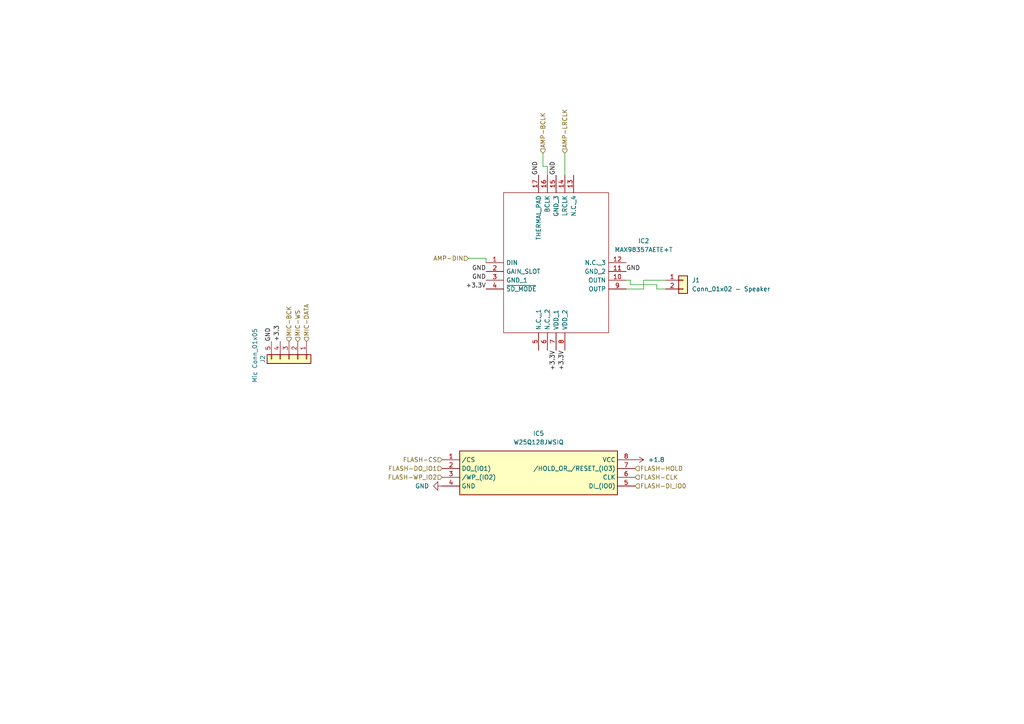
<source format=kicad_sch>
(kicad_sch (version 20231120) (generator "eeschema") (generator_version "8.0")
  (paper "A4")
  (lib_symbols
    (symbol "Connector_Generic:Conn_01x02" (pin_names (offset 1.016) hide)
      (property "Reference" "J" (at 0 2.54 0))
      (property "Value" "Conn_01x02" (at 0 -5.08 0))
      (symbol "Conn_01x02_1_1"
        (rectangle (start -1.27 -2.413) (end 0 -2.667) (stroke (width 0.1524)))
        (rectangle (start -1.27 0.127) (end 0 -0.127) (stroke (width 0.1524)))
        (rectangle (start -1.27 1.27) (end 1.27 -3.81) (stroke (width 0.254)) (fill (type background)))
        (pin passive line (at -5.08 0 0) (length 3.81) (name "Pin_1") (number "1"))
        (pin passive line (at -5.08 -2.54 0) (length 3.81) (name "Pin_2") (number "2"))
      )
    )
    (symbol "Connector_Generic:Conn_01x05" (pin_names (offset 1.016) hide)
      (property "Reference" "J" (at 0 7.62 0))
      (property "Value" "Conn_01x05" (at 0 -7.62 0))
      (symbol "Conn_01x05_1_1"
        (rectangle (start -1.27 -4.953) (end 0 -5.207) (stroke (width 0.1524)))
        (rectangle (start -1.27 -2.413) (end 0 -2.667) (stroke (width 0.1524)))
        (rectangle (start -1.27 0.127) (end 0 -0.127) (stroke (width 0.1524)))
        (rectangle (start -1.27 2.667) (end 0 2.413) (stroke (width 0.1524)))
        (rectangle (start -1.27 5.207) (end 0 4.953) (stroke (width 0.1524)))
        (rectangle (start -1.27 6.35) (end 1.27 -6.35) (stroke (width 0.254)) (fill (type background)))
        (pin passive line (at -5.08 5.08 0) (length 3.81) (name "Pin_1") (number "1"))
        (pin passive line (at -5.08 2.54 0) (length 3.81) (name "Pin_2") (number "2"))
        (pin passive line (at -5.08 0 0) (length 3.81) (name "Pin_3") (number "3"))
        (pin passive line (at -5.08 -2.54 0) (length 3.81) (name "Pin_4") (number "4"))
        (pin passive line (at -5.08 -5.08 0) (length 3.81) (name "Pin_5") (number "5"))
      )
    )
    (symbol "jarvis:MAX98357AETE+T" (pin_names (offset 0.762))
      (property "Reference" "IC" (at 36.83 25.4 0))
      (property "Value" "MAX98357AETE+T" (at 36.83 22.86 0))
      (symbol "MAX98357AETE+T_0_0"
        (pin passive line (at 0 0 0) (length 5.08) (name "DIN") (number "1"))
        (pin passive line (at 40.64 -5.08 180) (length 5.08) (name "OUTN") (number "10"))
        (pin passive line (at 40.64 -2.54 180) (length 5.08) (name "GND_2") (number "11"))
        (pin passive line (at 40.64 0 180) (length 5.08) (name "N.C._3") (number "12"))
        (pin passive line (at 25.4 25.4 270) (length 5.08) (name "N.C._4") (number "13"))
        (pin passive line (at 22.86 25.4 270) (length 5.08) (name "LRCLK") (number "14"))
        (pin passive line (at 20.32 25.4 270) (length 5.08) (name "GND_3") (number "15"))
        (pin passive line (at 17.78 25.4 270) (length 5.08) (name "BCLK") (number "16"))
        (pin passive line (at 15.24 25.4 270) (length 5.08) (name "THERMAL_PAD") (number "17"))
        (pin passive line (at 0 -2.54 0) (length 5.08) (name "GAIN_SLOT") (number "2"))
        (pin passive line (at 0 -5.08 0) (length 5.08) (name "GND_1") (number "3"))
        (pin passive line (at 0 -7.62 0) (length 5.08) (name "~{SD_MODE}") (number "4"))
        (pin passive line (at 15.24 -25.4 90) (length 5.08) (name "N.C._1") (number "5"))
        (pin passive line (at 17.78 -25.4 90) (length 5.08) (name "N.C._2") (number "6"))
        (pin passive line (at 20.32 -25.4 90) (length 5.08) (name "VDD_1") (number "7"))
        (pin passive line (at 22.86 -25.4 90) (length 5.08) (name "VDD_2") (number "8"))
        (pin passive line (at 40.64 -7.62 180) (length 5.08) (name "OUTP") (number "9"))
      )
      (symbol "MAX98357AETE+T_0_1"
        (polyline (pts (xy 5.08 20.32) (xy 35.56 20.32) (xy 35.56 -20.32) (xy 5.08 -20.32) (xy 5.08 20.32)) (stroke (width 0.1524)))
      )
    )
    (symbol "jarvis:W25Q128JWSIQ-1.8"
      (property "Reference" "IC" (at 52.07 7.62 0))
      (property "Value" "W25Q128JWSIQ" (at 52.07 5.08 0))
      (symbol "W25Q128JWSIQ-1.8_1_1"
        (rectangle (start 5.08 2.54) (end 50.8 -10.16) (stroke (width 0.254)) (fill (type background)))
        (pin passive line (at 0 0 0) (length 5.08) (name "/CS") (number "1"))
        (pin passive line (at 0 -2.54 0) (length 5.08) (name "DO_(IO1)") (number "2"))
        (pin passive line (at 0 -5.08 0) (length 5.08) (name "/WP_(IO2)") (number "3"))
        (pin passive line (at 0 -7.62 0) (length 5.08) (name "GND") (number "4"))
        (pin passive line (at 55.88 -7.62 180) (length 5.08) (name "DI_(IO0)") (number "5"))
        (pin passive line (at 55.88 -5.08 180) (length 5.08) (name "CLK") (number "6"))
        (pin passive line (at 55.88 -2.54 180) (length 5.08) (name "/HOLD_OR_/RESET_(IO3)") (number "7"))
        (pin passive line (at 55.88 0 180) (length 5.08) (name "VCC") (number "8"))
      )
    )
    (symbol "power:GND" (power) (pin_numbers hide) (pin_names (offset 0) hide)
      (property "Value" "GND" (at 0 -3.81 0))
      (symbol "GND_0_1"
        (polyline (pts (xy 0 0) (xy 0 -1.27) (xy 1.27 -1.27) (xy 0 -2.54) (xy -1.27 -1.27) (xy 0 -1.27)))
      )
      (symbol "GND_1_1"
        (pin power_in line (at 0 0 270) (length 0) (name "~") (number "1"))
      )
    )
    (symbol "power:VDD" (power) (pin_numbers hide) (pin_names (offset 0) hide)
      (property "Value" "VDD" (at 0 3.556 0))
      (symbol "VDD_0_1"
        (polyline (pts (xy -0.762 1.27) (xy 0 2.54)))
        (polyline (pts (xy 0 0) (xy 0 2.54)))
        (polyline (pts (xy 0 2.54) (xy 0.762 1.27)))
      )
      (symbol "VDD_1_1"
        (pin power_in line (at 0 0 90) (length 0) (name "~") (number "1"))
      )
    )
  )
  (wire (pts (xy 182.88 81.28) (xy 182.88 82.55)))
  (wire (pts (xy 190.5 82.55) (xy 190.5 83.82)))
  (wire (pts (xy 140.97 74.93) (xy 135.89 74.93)))
  (wire (pts (xy 186.69 83.82) (xy 186.69 81.28)))
  (wire (pts (xy 158.75 50.8) (xy 158.75 48.26)))
  (wire (pts (xy 163.83 44.45) (xy 163.83 50.8)))
  (wire (pts (xy 182.88 82.55) (xy 190.5 82.55)))
  (wire (pts (xy 186.69 81.28) (xy 193.04 81.28)))
  (wire (pts (xy 181.61 81.28) (xy 182.88 81.28)))
  (wire (pts (xy 140.97 76.2) (xy 140.97 74.93)))
  (wire (pts (xy 190.5 83.82) (xy 193.04 83.82)))
  (wire (pts (xy 157.48 48.26) (xy 157.48 44.45)))
  (wire (pts (xy 181.61 83.82) (xy 186.69 83.82)))
  (wire (pts (xy 158.75 48.26) (xy 157.48 48.26)))
  (label "GND" (at 161.29 50.8 90))
  (label "GND" (at 140.97 78.74 180))
  (label "GND" (at 156.21 50.8 90))
  (label "+3.3V" (at 161.29 101.6 270))
  (label "+3.3V" (at 163.83 101.6 270))
  (label "GND" (at 140.97 81.28 180))
  (label "+3.3" (at 81.28 99.06 90))
  (label "+3.3V" (at 140.97 83.82 180))
  (label "GND" (at 78.74 99.06 90))
  (label "GND" (at 181.61 78.74 0))
  (hierarchical_label "MIC-BCK" (shape input) (at 83.82 99.06 90))
  (hierarchical_label "MIC-WS" (shape input) (at 86.36 99.06 90))
  (hierarchical_label "FLASH-WP_IO2" (shape input) (at 128.27 138.43 180))
  (hierarchical_label "FLASH-DI_IO0" (shape input) (at 184.15 140.97 0))
  (hierarchical_label "FLASH-HOLD" (shape input) (at 184.15 135.89 0))
  (hierarchical_label "AMP-DIN" (shape input) (at 135.89 74.93 180))
  (hierarchical_label "MIC-DATA" (shape input) (at 88.9 99.06 90))
  (hierarchical_label "AMP-BCLK" (shape input) (at 157.48 44.45 90))
  (hierarchical_label "AMP-LRCLK" (shape input) (at 163.83 44.45 90))
  (hierarchical_label "FLASH-CLK" (shape input) (at 184.15 138.43 0))
  (hierarchical_label "FLASH-DO_IO1" (shape input) (at 128.27 135.89 180))
  (hierarchical_label "FLASH-CS" (shape input) (at 128.27 133.35 180))
  (symbol (lib_id "jarvis:MAX98357AETE+T") (at 140.97 76.2 0) (unit 1)
    (property "Reference" "IC2" (at 186.69 69.8814 0))
    (property "Value" "MAX98357AETE+T" (at 186.69 72.4214 0))
    (property "Footprint" "jarvis:LIB_MAX98357AETE+T" (effects (hide yes)))
    (property "Datasheet" "https://datasheets.maximintegrated.com/en/ds/MAX98357A-MAX98357B.pdf" (effects (hide yes)))
    (property "Description" "Audio Amplifiers Digital Input Class D Amplifier" (effects (hide yes)))
    (property "Description_1" "Audio Amplifiers Digital Input Class D Amplifier" (effects (hide yes)))
    (property "Height" "0.8" (effects (hide yes)))
    (property "Manufacturer_Name" "Analog Devices" (effects (hide yes)))
    (property "Manufacturer_Part_Number" "MAX98357AETE+T" (effects (hide yes)))
    (property "Mouser Part Number" "700-MAX98357AETE+T" (effects (hide yes)))
    (property "Mouser Price/Stock" "https://www.mouser.co.uk/ProductDetail/Analog-Devices-Maxim-Integrated/MAX98357AETE%2bT?qs=AAveGqk956HhNpoJjF5x2g%3D%3D" (effects (hide yes)))
    (property "Arrow Part Number" "MAX98357AETE+T" (effects (hide yes)))
    (property "Arrow Price/Stock" "https://www.arrow.com/en/products/max98357aetet/analog-devices?utm_currency=USD&region=nac" (effects (hide yes)))
  )
  (symbol (lib_id "Connector_Generic:Conn_01x02") (at 198.12 81.28 0) (unit 1)
    (property "Reference" "J1" (at 200.66 81.2799 0) (effects (justify left)))
    (property "Value" "Conn_01x02 - Speaker" (at 200.66 83.8199 0) (effects (justify left)))
    (property "Footprint" "Connector_Molex:Molex_PicoBlade_53047-0210_1x02_P1.25mm_Vertical" (effects (hide yes)))
    (property "Description" "Generic connector, single row, 01x02, script generated (kicad-library-utils/schlib/autogen/connector/)" (effects (hide yes)))
  )
  (symbol (lib_id "power:VDD") (at 184.15 133.35 270) (unit 1)
    (property "Reference" "#PWR31" (effects (hide yes)))
    (property "Value" "+1.8" (at 187.96 133.3499 90) (effects (justify left)))
    (property "Description" "Power symbol creates a global label with name \"VDD\"" (effects (hide yes)))
  )
  (symbol (lib_id "jarvis:W25Q128JWSIQ-1.8") (at 128.27 133.35 0) (unit 1)
    (property "Reference" "IC5" (at 156.21 125.73 0))
    (property "Value" "W25Q128JWSIQ" (at 156.21 128.27 0))
    (property "Footprint" "jarvis:W25Q128JWSIQ-1.8" (effects (hide yes)))
    (property "Datasheet" "https://www.winbond.com/hq/search-resource-file.jsp?partNo=W25Q128JWSIQ&type=datasheet" (effects (hide yes)))
    (property "Description" "128M-bit Serial Flash Memory with uniform 4KB sectors and Dual/Quad SPI" (effects (hide yes)))
    (property "Height" "2.16" (effects (hide yes)))
    (property "Manufacturer_Name" "Winbond" (effects (hide yes)))
    (property "Manufacturer_Part_Number" "W25Q128JWSIQ" (effects (hide yes)))
    (property "Mouser Part Number" "454-W25Q128JWSIQ" (effects (hide yes)))
    (property "Mouser Price/Stock" "https://www.mouser.co.uk/ProductDetail/Winbond/W25Q128JWSIQ?qs=PqoDHHvF64%252BFfPwbB9GJbQ%3D%3D" (effects (hide yes)))
    (property "Arrow Part Number" "W25Q128JWSIQ" (effects (hide yes)))
    (property "Arrow Price/Stock" "https://www.arrow.com/en/products/w25q128jwsiq/winbond-electronics?region=nac" (effects (hide yes)))
  )
  (symbol (lib_id "Connector_Generic:Conn_01x05") (at 83.82 104.14 270) (unit 1)
    (property "Reference" "J2" (at 76.2 104.14 0))
    (property "Value" "Mic Conn_01x05" (at 73.914 103.124 0))
    (property "Footprint" "Connector_Molex:Molex_PicoBlade_53047-0510_1x05_P1.25mm_Vertical" (effects (hide yes)))
    (property "Description" "Generic connector, single row, 01x05, script generated (kicad-library-utils/schlib/autogen/connector/)" (effects (hide yes)))
  )
  (symbol (lib_id "power:GND") (at 128.27 140.97 270) (unit 1)
    (property "Reference" "#PWR32" (effects (hide yes)))
    (property "Value" "GND" (at 124.46 140.9699 90) (effects (justify right)))
    (property "Description" "Power symbol creates a global label with name \"GND\" , ground" (effects (hide yes)))
  )
)
</source>
